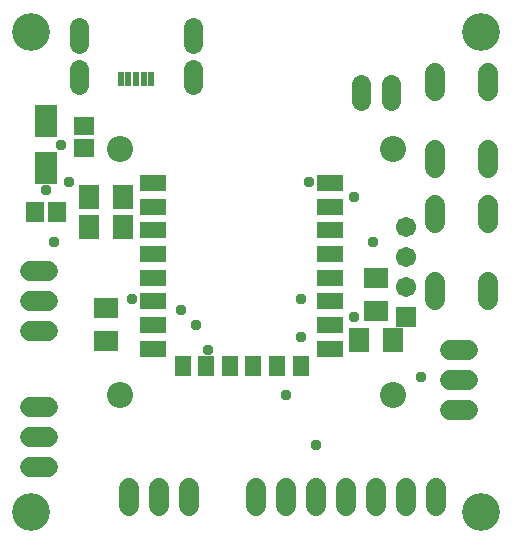
<source format=gbr>
G04 EAGLE Gerber RS-274X export*
G75*
%MOMM*%
%FSLAX34Y34*%
%LPD*%
%INSoldermask Top*%
%IPPOS*%
%AMOC8*
5,1,8,0,0,1.08239X$1,22.5*%
G01*
%ADD10C,3.203194*%
%ADD11R,2.203200X1.403200*%
%ADD12R,1.403200X1.703200*%
%ADD13R,2.006200X1.803200*%
%ADD14C,1.727200*%
%ADD15C,1.603200*%
%ADD16R,0.603200X1.253200*%
%ADD17R,1.711200X1.711200*%
%ADD18C,1.711200*%
%ADD19C,2.203200*%
%ADD20R,1.903200X2.703200*%
%ADD21R,1.503200X1.703200*%
%ADD22R,1.803200X2.006200*%
%ADD23C,1.625600*%
%ADD24R,1.703200X1.503200*%
%ADD25C,0.959600*%


D10*
X165100Y546100D03*
X165100Y139700D03*
X546100Y139700D03*
X546100Y546100D03*
D11*
X268300Y278200D03*
X268300Y298200D03*
X268300Y318200D03*
X268300Y338200D03*
X268300Y358200D03*
X268300Y378200D03*
X268300Y398200D03*
X268300Y418200D03*
D12*
X293300Y263200D03*
X313300Y263200D03*
X333300Y263200D03*
X353300Y263200D03*
X373300Y263200D03*
X393300Y263200D03*
D11*
X418300Y278200D03*
X418300Y298200D03*
X418300Y318200D03*
X418300Y338200D03*
X418300Y358200D03*
X418300Y378200D03*
X418300Y398200D03*
X418300Y418200D03*
D13*
X457200Y338070D03*
X457200Y309630D03*
D14*
X552196Y496062D02*
X552196Y511302D01*
X506984Y511302D02*
X506984Y496062D01*
X552196Y446278D02*
X552196Y431038D01*
X506984Y431038D02*
X506984Y446278D01*
X552196Y399542D02*
X552196Y384302D01*
X506984Y384302D02*
X506984Y399542D01*
X552196Y334518D02*
X552196Y319278D01*
X506984Y319278D02*
X506984Y334518D01*
D15*
X302500Y501300D02*
X302500Y515300D01*
D16*
X267000Y506050D03*
X260500Y506050D03*
X254000Y506050D03*
X247500Y506050D03*
X241000Y506050D03*
D15*
X205500Y501300D02*
X205500Y515300D01*
X302500Y536300D02*
X302500Y550300D01*
X205500Y550300D02*
X205500Y536300D01*
D17*
X482600Y304800D03*
D18*
X482600Y330200D03*
X482600Y355600D03*
X482600Y381000D03*
D19*
X471170Y238760D03*
X471170Y447040D03*
X240030Y447040D03*
X240030Y238760D03*
D20*
X177800Y430850D03*
X177800Y470850D03*
D21*
X168300Y393700D03*
X187300Y393700D03*
D13*
X228600Y312670D03*
X228600Y284230D03*
D22*
X242820Y381000D03*
X214380Y381000D03*
X242820Y406400D03*
X214380Y406400D03*
X442980Y285750D03*
X471420Y285750D03*
D14*
X298450Y160020D02*
X298450Y144780D01*
X273050Y144780D02*
X273050Y160020D01*
X247650Y160020D02*
X247650Y144780D01*
X179070Y177800D02*
X163830Y177800D01*
X163830Y203200D02*
X179070Y203200D01*
X179070Y228600D02*
X163830Y228600D01*
X163830Y293370D02*
X179070Y293370D01*
X179070Y318770D02*
X163830Y318770D01*
X163830Y344170D02*
X179070Y344170D01*
D23*
X444500Y488188D02*
X444500Y502412D01*
X469900Y502412D02*
X469900Y488188D01*
D24*
X209550Y447700D03*
X209550Y466700D03*
D14*
X519430Y226060D02*
X534670Y226060D01*
X534670Y251460D02*
X519430Y251460D01*
X519430Y276860D02*
X534670Y276860D01*
X406400Y160020D02*
X406400Y144780D01*
X381000Y144780D02*
X381000Y160020D01*
X355600Y160020D02*
X355600Y144780D01*
X431800Y144780D02*
X431800Y160020D01*
X457200Y160020D02*
X457200Y144780D01*
X482600Y144780D02*
X482600Y160020D01*
X508000Y160020D02*
X508000Y144780D01*
D25*
X393700Y288290D03*
X438150Y304800D03*
X196850Y419100D03*
X184150Y368300D03*
X177800Y412750D03*
X190500Y450850D03*
X495300Y254000D03*
X454660Y368300D03*
X393700Y320040D03*
X250190Y320040D03*
X304800Y298450D03*
X406400Y196850D03*
X292100Y311150D03*
X381000Y238760D03*
X314960Y276860D03*
X400050Y419100D03*
X438150Y406400D03*
M02*

</source>
